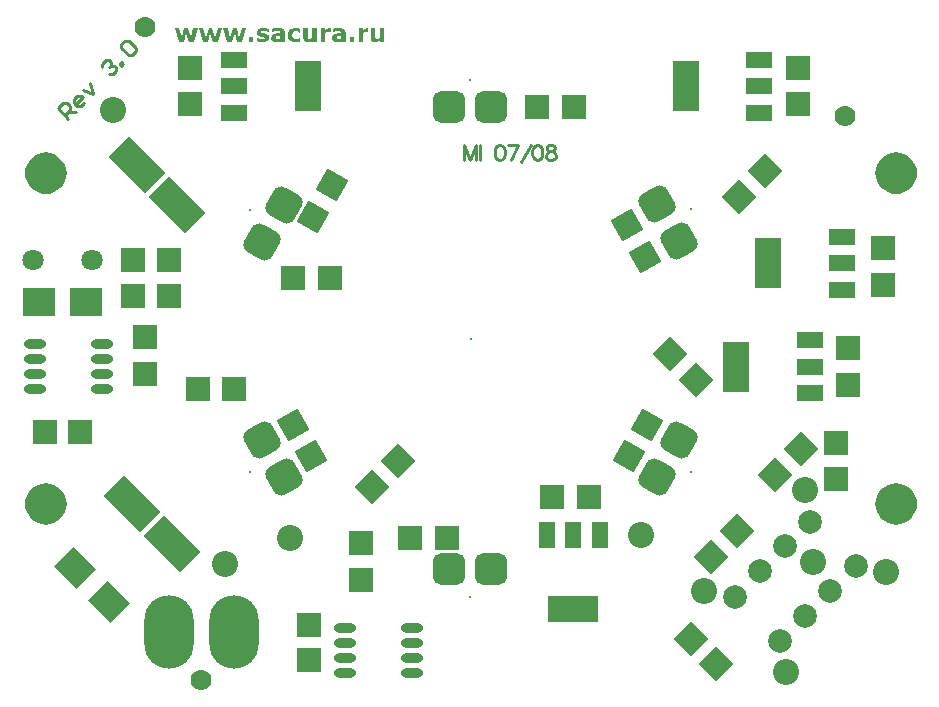
<source format=gts>
G04 Layer_Color=8388736*
%FSLAX44Y44*%
%MOMM*%
G71*
G01*
G75*
%ADD39C,0.2540*%
%ADD47P,2.9037X4X90.0*%
%ADD48R,2.0532X2.0532*%
%ADD49O,4.2032X6.2032*%
%ADD50R,2.2032X4.2032*%
%ADD51R,2.2032X1.4032*%
%ADD52P,2.9037X4X375.0*%
%ADD53P,2.9037X4X75.0*%
%ADD54P,2.9037X4X180.0*%
%ADD55R,2.0532X2.0532*%
%ADD56O,1.9032X0.8032*%
%ADD57R,4.2032X2.2032*%
%ADD58R,1.4032X2.2032*%
%ADD59C,1.7780*%
G04:AMPARAMS|DCode=60|XSize=2.7032mm|YSize=2.7032mm|CornerRadius=0.7266mm|HoleSize=0mm|Usage=FLASHONLY|Rotation=0.000|XOffset=0mm|YOffset=0mm|HoleType=Round|Shape=RoundedRectangle|*
%AMROUNDEDRECTD60*
21,1,2.7032,1.2500,0,0,0.0*
21,1,1.2500,2.7032,0,0,0.0*
1,1,1.4532,0.6250,-0.6250*
1,1,1.4532,-0.6250,-0.6250*
1,1,1.4532,-0.6250,0.6250*
1,1,1.4532,0.6250,0.6250*
%
%ADD60ROUNDEDRECTD60*%
G04:AMPARAMS|DCode=61|XSize=2.7032mm|YSize=2.7032mm|CornerRadius=0.7266mm|HoleSize=0mm|Usage=FLASHONLY|Rotation=240.000|XOffset=0mm|YOffset=0mm|HoleType=Round|Shape=RoundedRectangle|*
%AMROUNDEDRECTD61*
21,1,2.7032,1.2500,0,0,240.0*
21,1,1.2500,2.7032,0,0,240.0*
1,1,1.4532,-0.8538,-0.2288*
1,1,1.4532,-0.2288,0.8538*
1,1,1.4532,0.8538,0.2288*
1,1,1.4532,0.2288,-0.8538*
%
%ADD61ROUNDEDRECTD61*%
G04:AMPARAMS|DCode=62|XSize=2.7032mm|YSize=2.7032mm|CornerRadius=0.7266mm|HoleSize=0mm|Usage=FLASHONLY|Rotation=300.000|XOffset=0mm|YOffset=0mm|HoleType=Round|Shape=RoundedRectangle|*
%AMROUNDEDRECTD62*
21,1,2.7032,1.2500,0,0,300.0*
21,1,1.2500,2.7032,0,0,300.0*
1,1,1.4532,-0.2288,-0.8538*
1,1,1.4532,-0.8538,0.2288*
1,1,1.4532,0.2288,0.8538*
1,1,1.4532,0.8538,-0.2288*
%
%ADD62ROUNDEDRECTD62*%
G04:AMPARAMS|DCode=63|XSize=2.4032mm|YSize=4.3532mm|CornerRadius=0mm|HoleSize=0mm|Usage=FLASHONLY|Rotation=45.000|XOffset=0mm|YOffset=0mm|HoleType=Round|Shape=Rectangle|*
%AMROTATEDRECTD63*
4,1,4,0.6894,-2.3887,-2.3887,0.6894,-0.6894,2.3887,2.3887,-0.6894,0.6894,-2.3887,0.0*
%
%ADD63ROTATEDRECTD63*%

%ADD64R,2.1532X2.0532*%
G04:AMPARAMS|DCode=65|XSize=2.1532mm|YSize=2.0532mm|CornerRadius=0mm|HoleSize=0mm|Usage=FLASHONLY|Rotation=225.000|XOffset=0mm|YOffset=0mm|HoleType=Round|Shape=Rectangle|*
%AMROTATEDRECTD65*
4,1,4,0.0354,1.4872,1.4872,0.0354,-0.0354,-1.4872,-1.4872,-0.0354,0.0354,1.4872,0.0*
%
%ADD65ROTATEDRECTD65*%

%ADD66R,2.0532X2.1532*%
%ADD67R,2.7032X2.3532*%
G04:AMPARAMS|DCode=68|XSize=2.3532mm|YSize=2.7032mm|CornerRadius=0mm|HoleSize=0mm|Usage=FLASHONLY|Rotation=225.000|XOffset=0mm|YOffset=0mm|HoleType=Round|Shape=Rectangle|*
%AMROTATEDRECTD68*
4,1,4,-0.1237,1.7877,1.7877,-0.1237,0.1237,-1.7877,-1.7877,0.1237,-0.1237,1.7877,0.0*
%
%ADD68ROTATEDRECTD68*%

%ADD69C,2.2032*%
%ADD70C,0.2032*%
%ADD71C,2.0032*%
%ADD72C,3.2032*%
%ADD73C,1.8032*%
G36*
X612364Y810000D02*
X608675D01*
Y811269D01*
X608628Y811245D01*
X608511Y811151D01*
X608299Y811010D01*
X608064Y810822D01*
X607759Y810634D01*
X607453Y810446D01*
X607124Y810258D01*
X606795Y810094D01*
X606748Y810070D01*
X606655Y810023D01*
X606466Y809977D01*
X606232Y809906D01*
X605950Y809812D01*
X605597Y809765D01*
X605221Y809718D01*
X604798Y809695D01*
X604610D01*
X604493Y809718D01*
X604328D01*
X604141Y809742D01*
X603718Y809836D01*
X603248Y809953D01*
X602778Y810141D01*
X602308Y810423D01*
X602096Y810587D01*
X601885Y810775D01*
Y810799D01*
X601838Y810822D01*
X601791Y810893D01*
X601721Y810987D01*
X601650Y811081D01*
X601556Y811222D01*
X601486Y811386D01*
X601392Y811574D01*
X601298Y811809D01*
X601204Y812044D01*
X601110Y812302D01*
X601039Y812585D01*
X600969Y812913D01*
X600922Y813242D01*
X600898Y813595D01*
X600875Y813994D01*
Y821442D01*
X604563D01*
Y815756D01*
Y815709D01*
Y815615D01*
Y815451D01*
Y815239D01*
X604587Y815028D01*
Y814770D01*
Y814535D01*
X604610Y814300D01*
Y814276D01*
Y814206D01*
X604634Y814112D01*
X604657Y813971D01*
X604751Y813665D01*
X604869Y813360D01*
Y813336D01*
X604916Y813289D01*
X605010Y813148D01*
X605198Y812984D01*
X605433Y812819D01*
X605456D01*
X605503Y812796D01*
X605597Y812772D01*
X605715Y812749D01*
X605879Y812702D01*
X606067Y812678D01*
X606278Y812655D01*
X606725D01*
X606842Y812678D01*
X607007Y812702D01*
X607171Y812725D01*
X607571Y812819D01*
X607594D01*
X607665Y812843D01*
X607782Y812890D01*
X607923Y812937D01*
X608088Y813007D01*
X608276Y813101D01*
X608675Y813336D01*
Y821442D01*
X612364D01*
Y810000D01*
D02*
G37*
G36*
X555224D02*
X551535D01*
Y811269D01*
X551488Y811245D01*
X551371Y811151D01*
X551159Y811010D01*
X550924Y810822D01*
X550619Y810634D01*
X550313Y810446D01*
X549985Y810258D01*
X549656Y810094D01*
X549609Y810070D01*
X549515Y810023D01*
X549327Y809977D01*
X549092Y809906D01*
X548810Y809812D01*
X548457Y809765D01*
X548081Y809718D01*
X547659Y809695D01*
X547471D01*
X547353Y809718D01*
X547189D01*
X547001Y809742D01*
X546578Y809836D01*
X546108Y809953D01*
X545638Y810141D01*
X545168Y810423D01*
X544957Y810587D01*
X544745Y810775D01*
Y810799D01*
X544698Y810822D01*
X544651Y810893D01*
X544581Y810987D01*
X544510Y811081D01*
X544416Y811222D01*
X544346Y811386D01*
X544252Y811574D01*
X544158Y811809D01*
X544064Y812044D01*
X543970Y812302D01*
X543899Y812585D01*
X543829Y812913D01*
X543782Y813242D01*
X543758Y813595D01*
X543735Y813994D01*
Y821442D01*
X547424D01*
Y815756D01*
Y815709D01*
Y815615D01*
Y815451D01*
Y815239D01*
X547447Y815028D01*
Y814770D01*
Y814535D01*
X547471Y814300D01*
Y814276D01*
Y814206D01*
X547494Y814112D01*
X547518Y813971D01*
X547612Y813665D01*
X547729Y813360D01*
Y813336D01*
X547776Y813289D01*
X547870Y813148D01*
X548058Y812984D01*
X548293Y812819D01*
X548316D01*
X548363Y812796D01*
X548457Y812772D01*
X548575Y812749D01*
X548739Y812702D01*
X548927Y812678D01*
X549139Y812655D01*
X549585D01*
X549703Y812678D01*
X549867Y812702D01*
X550032Y812725D01*
X550431Y812819D01*
X550454D01*
X550525Y812843D01*
X550642Y812890D01*
X550783Y812937D01*
X550948Y813007D01*
X551136Y813101D01*
X551535Y813336D01*
Y821442D01*
X555224D01*
Y810000D01*
D02*
G37*
G36*
X471441D02*
X467541D01*
X465215Y817706D01*
X462912Y810000D01*
X458965D01*
X455464Y821442D01*
X459317D01*
X461267Y813548D01*
X463711Y821442D01*
X466953D01*
X469279Y813548D01*
X471206Y821442D01*
X474989D01*
X471441Y810000D01*
D02*
G37*
G36*
X450977D02*
X447076D01*
X444750Y817706D01*
X442448Y810000D01*
X438501D01*
X435000Y821442D01*
X438853D01*
X440803Y813548D01*
X443247Y821442D01*
X446489D01*
X448815Y813548D01*
X450742Y821442D01*
X454524D01*
X450977Y810000D01*
D02*
G37*
G36*
X522754Y821771D02*
X523012D01*
X523294Y821748D01*
X523623Y821724D01*
X523976Y821677D01*
X524704Y821560D01*
X525456Y821372D01*
X525808Y821278D01*
X526161Y821137D01*
X526466Y820972D01*
X526748Y820808D01*
X526772D01*
X526819Y820761D01*
X526889Y820714D01*
X526959Y820620D01*
X527077Y820526D01*
X527194Y820385D01*
X527312Y820244D01*
X527453Y820079D01*
X527594Y819868D01*
X527711Y819657D01*
X527829Y819398D01*
X527946Y819140D01*
X528017Y818834D01*
X528087Y818529D01*
X528134Y818176D01*
X528158Y817800D01*
Y810000D01*
X524516D01*
Y811198D01*
X524492D01*
X524469Y811151D01*
X524398Y811104D01*
X524305Y811057D01*
X524070Y810893D01*
X523764Y810658D01*
X523741Y810634D01*
X523694Y810611D01*
X523600Y810540D01*
X523506Y810493D01*
X523247Y810329D01*
X522942Y810164D01*
X522918D01*
X522848Y810117D01*
X522730Y810094D01*
X522589Y810023D01*
X522425Y809977D01*
X522237Y809906D01*
X521814Y809812D01*
X521791D01*
X521720Y809789D01*
X521603Y809765D01*
X521438D01*
X521250Y809742D01*
X521039Y809718D01*
X520545Y809695D01*
X520381D01*
X520287Y809718D01*
X520146D01*
X519981Y809742D01*
X519605Y809812D01*
X519159Y809953D01*
X518713Y810117D01*
X518266Y810376D01*
X518031Y810517D01*
X517820Y810705D01*
Y810728D01*
X517773Y810752D01*
X517655Y810893D01*
X517467Y811104D01*
X517280Y811410D01*
X517091Y811786D01*
X516904Y812232D01*
X516786Y812725D01*
X516763Y813007D01*
X516739Y813289D01*
Y813313D01*
Y813336D01*
Y813407D01*
Y813501D01*
X516763Y813736D01*
X516810Y814018D01*
X516880Y814347D01*
X516974Y814676D01*
X517091Y815028D01*
X517280Y815333D01*
X517303Y815380D01*
X517374Y815474D01*
X517514Y815615D01*
X517702Y815780D01*
X517914Y815991D01*
X518196Y816203D01*
X518501Y816391D01*
X518877Y816579D01*
X518901D01*
X518924Y816602D01*
X519065Y816649D01*
X519277Y816743D01*
X519582Y816837D01*
X519934Y816954D01*
X520357Y817048D01*
X520851Y817166D01*
X521391Y817236D01*
X521462D01*
X521532Y817260D01*
X521650Y817283D01*
X521791D01*
X521955Y817307D01*
X522354Y817354D01*
X522824Y817401D01*
X523341Y817448D01*
X523929Y817495D01*
X524516Y817542D01*
Y817589D01*
Y817636D01*
Y817753D01*
X524469Y817918D01*
X524422Y818106D01*
X524328Y818341D01*
X524187Y818552D01*
X523999Y818740D01*
X523741Y818905D01*
X523717Y818928D01*
X523600Y818975D01*
X523435Y819022D01*
X523177Y819093D01*
X522871Y819163D01*
X522472Y819233D01*
X522025Y819257D01*
X521485Y819280D01*
X521321D01*
X521133Y819257D01*
X520898Y819233D01*
X520616Y819210D01*
X520287Y819140D01*
X519911Y819069D01*
X519535Y818952D01*
X519488Y818928D01*
X519370Y818905D01*
X519183Y818834D01*
X518971Y818764D01*
X518501Y818599D01*
X518266Y818529D01*
X518078Y818458D01*
X517749D01*
Y821207D01*
X517773D01*
X517867Y821231D01*
X518008Y821278D01*
X518196Y821325D01*
X518454Y821372D01*
X518760Y821442D01*
X519159Y821513D01*
X519605Y821583D01*
X519676D01*
X519747Y821607D01*
X519840D01*
X520099Y821654D01*
X520428Y821701D01*
X520827Y821724D01*
X521274Y821771D01*
X521744Y821795D01*
X522542D01*
X522754Y821771D01*
D02*
G37*
G36*
X501585Y810000D02*
X497779D01*
Y814018D01*
X501585D01*
Y810000D01*
D02*
G37*
G36*
X586966D02*
X583159D01*
Y814018D01*
X586966D01*
Y810000D01*
D02*
G37*
G36*
X574255Y821771D02*
X574513D01*
X574795Y821748D01*
X575124Y821724D01*
X575477Y821677D01*
X576205Y821560D01*
X576957Y821372D01*
X577309Y821278D01*
X577662Y821137D01*
X577967Y820972D01*
X578249Y820808D01*
X578273D01*
X578320Y820761D01*
X578390Y820714D01*
X578461Y820620D01*
X578578Y820526D01*
X578695Y820385D01*
X578813Y820244D01*
X578954Y820079D01*
X579095Y819868D01*
X579212Y819657D01*
X579330Y819398D01*
X579447Y819140D01*
X579518Y818834D01*
X579588Y818529D01*
X579635Y818176D01*
X579659Y817800D01*
Y810000D01*
X576017D01*
Y811198D01*
X575993D01*
X575970Y811151D01*
X575900Y811104D01*
X575806Y811057D01*
X575571Y810893D01*
X575265Y810658D01*
X575242Y810634D01*
X575195Y810611D01*
X575101Y810540D01*
X575007Y810493D01*
X574748Y810329D01*
X574443Y810164D01*
X574419D01*
X574349Y810117D01*
X574231Y810094D01*
X574090Y810023D01*
X573926Y809977D01*
X573738Y809906D01*
X573315Y809812D01*
X573292D01*
X573221Y809789D01*
X573104Y809765D01*
X572939D01*
X572751Y809742D01*
X572540Y809718D01*
X572046Y809695D01*
X571882D01*
X571788Y809718D01*
X571647D01*
X571482Y809742D01*
X571106Y809812D01*
X570660Y809953D01*
X570214Y810117D01*
X569767Y810376D01*
X569532Y810517D01*
X569321Y810705D01*
Y810728D01*
X569274Y810752D01*
X569156Y810893D01*
X568969Y811104D01*
X568781Y811410D01*
X568593Y811786D01*
X568405Y812232D01*
X568287Y812725D01*
X568264Y813007D01*
X568240Y813289D01*
Y813313D01*
Y813336D01*
Y813407D01*
Y813501D01*
X568264Y813736D01*
X568311Y814018D01*
X568381Y814347D01*
X568475Y814676D01*
X568593Y815028D01*
X568781Y815333D01*
X568804Y815380D01*
X568875Y815474D01*
X569016Y815615D01*
X569203Y815780D01*
X569415Y815991D01*
X569697Y816203D01*
X570002Y816391D01*
X570378Y816579D01*
X570402D01*
X570425Y816602D01*
X570566Y816649D01*
X570778Y816743D01*
X571083Y816837D01*
X571436Y816954D01*
X571858Y817048D01*
X572352Y817166D01*
X572892Y817236D01*
X572963D01*
X573033Y817260D01*
X573151Y817283D01*
X573292D01*
X573456Y817307D01*
X573855Y817354D01*
X574325Y817401D01*
X574842Y817448D01*
X575430Y817495D01*
X576017Y817542D01*
Y817589D01*
Y817636D01*
Y817753D01*
X575970Y817918D01*
X575923Y818106D01*
X575829Y818341D01*
X575688Y818552D01*
X575500Y818740D01*
X575242Y818905D01*
X575218Y818928D01*
X575101Y818975D01*
X574936Y819022D01*
X574678Y819093D01*
X574372Y819163D01*
X573973Y819233D01*
X573526Y819257D01*
X572986Y819280D01*
X572822D01*
X572634Y819257D01*
X572399Y819233D01*
X572117Y819210D01*
X571788Y819140D01*
X571412Y819069D01*
X571036Y818952D01*
X570989Y818928D01*
X570872Y818905D01*
X570684Y818834D01*
X570472Y818764D01*
X570002Y818599D01*
X569767Y818529D01*
X569579Y818458D01*
X569250D01*
Y821207D01*
X569274D01*
X569368Y821231D01*
X569509Y821278D01*
X569697Y821325D01*
X569955Y821372D01*
X570261Y821442D01*
X570660Y821513D01*
X571106Y821583D01*
X571177D01*
X571247Y821607D01*
X571342D01*
X571600Y821654D01*
X571929Y821701D01*
X572328Y821724D01*
X572775Y821771D01*
X573245Y821795D01*
X574043D01*
X574255Y821771D01*
D02*
G37*
G36*
X491905Y810000D02*
X488005D01*
X485679Y817706D01*
X483376Y810000D01*
X479429D01*
X475928Y821442D01*
X479781D01*
X481731Y813548D01*
X484175Y821442D01*
X487417D01*
X489743Y813548D01*
X491670Y821442D01*
X495453D01*
X491905Y810000D01*
D02*
G37*
G36*
X329231Y716047D02*
X332529Y715046D01*
X335569Y713421D01*
X338234Y711234D01*
X340421Y708569D01*
X342046Y705529D01*
X343047Y702231D01*
X343385Y698800D01*
X343047Y695369D01*
X342046Y692071D01*
X340421Y689031D01*
X338234Y686366D01*
X335569Y684179D01*
X332529Y682554D01*
X329231Y681553D01*
X325800Y681215D01*
X322369Y681553D01*
X319071Y682554D01*
X316031Y684179D01*
X313366Y686366D01*
X311179Y689031D01*
X309554Y692071D01*
X308553Y695369D01*
X308215Y698800D01*
X308553Y702231D01*
X309554Y705529D01*
X311179Y708569D01*
X313366Y711234D01*
X316031Y713421D01*
X319071Y715046D01*
X322369Y716047D01*
X325800Y716385D01*
X329231Y716047D01*
D02*
G37*
G36*
X1049231D02*
X1052529Y715046D01*
X1055570Y713421D01*
X1058234Y711234D01*
X1060421Y708569D01*
X1062046Y705529D01*
X1063047Y702231D01*
X1063385Y698800D01*
X1063047Y695369D01*
X1062046Y692071D01*
X1060421Y689031D01*
X1058234Y686366D01*
X1055570Y684179D01*
X1052529Y682554D01*
X1049231Y681553D01*
X1045800Y681215D01*
X1042369Y681553D01*
X1039071Y682554D01*
X1036031Y684179D01*
X1033366Y686366D01*
X1031179Y689031D01*
X1029554Y692071D01*
X1028553Y695369D01*
X1028215Y698800D01*
X1028553Y702231D01*
X1029554Y705529D01*
X1031179Y708569D01*
X1033366Y711234D01*
X1036031Y713421D01*
X1039071Y715046D01*
X1042369Y716047D01*
X1045800Y716385D01*
X1049231Y716047D01*
D02*
G37*
G36*
Y436047D02*
X1052529Y435046D01*
X1055570Y433421D01*
X1058234Y431234D01*
X1060421Y428569D01*
X1062046Y425529D01*
X1063047Y422231D01*
X1063385Y418800D01*
X1063047Y415369D01*
X1062046Y412071D01*
X1060421Y409030D01*
X1058234Y406366D01*
X1055570Y404179D01*
X1052529Y402554D01*
X1049231Y401553D01*
X1045800Y401215D01*
X1042369Y401553D01*
X1039071Y402554D01*
X1036031Y404179D01*
X1033366Y406366D01*
X1031179Y409030D01*
X1029554Y412071D01*
X1028553Y415369D01*
X1028215Y418800D01*
X1028553Y422231D01*
X1029554Y425529D01*
X1031179Y428569D01*
X1033366Y431234D01*
X1036031Y433421D01*
X1039071Y435046D01*
X1042369Y436047D01*
X1045800Y436385D01*
X1049231Y436047D01*
D02*
G37*
G36*
X329231D02*
X332529Y435046D01*
X335569Y433421D01*
X338234Y431234D01*
X340421Y428569D01*
X342046Y425529D01*
X343047Y422231D01*
X343385Y418800D01*
X343047Y415369D01*
X342046Y412071D01*
X340421Y409030D01*
X338234Y406366D01*
X335569Y404179D01*
X332529Y402554D01*
X329231Y401553D01*
X325800Y401215D01*
X322369Y401553D01*
X319071Y402554D01*
X316031Y404179D01*
X313366Y406366D01*
X311179Y409030D01*
X309554Y412071D01*
X308553Y415369D01*
X308215Y418800D01*
X308553Y422231D01*
X309554Y425529D01*
X311179Y428569D01*
X313366Y431234D01*
X316031Y433421D01*
X319071Y435046D01*
X322369Y436047D01*
X325800Y436385D01*
X329231Y436047D01*
D02*
G37*
G36*
X510771Y821771D02*
X511100D01*
X511476Y821724D01*
X511899Y821677D01*
X512322Y821607D01*
X512768Y821513D01*
X512815D01*
X512956Y821466D01*
X513168Y821419D01*
X513450Y821348D01*
X513732Y821278D01*
X514037Y821184D01*
X514343Y821066D01*
X514624Y820972D01*
Y818082D01*
X514296D01*
X514249Y818106D01*
X514155Y818176D01*
X513990Y818270D01*
X513755Y818388D01*
X513473Y818529D01*
X513168Y818693D01*
X512792Y818834D01*
X512416Y818975D01*
X512369Y818999D01*
X512228Y819046D01*
X512040Y819093D01*
X511758Y819163D01*
X511453Y819233D01*
X511100Y819304D01*
X510724Y819327D01*
X510325Y819351D01*
X510184D01*
X510019Y819327D01*
X509808D01*
X509573Y819280D01*
X509315Y819233D01*
X509056Y819187D01*
X508821Y819093D01*
X508798D01*
X508727Y819046D01*
X508633Y818999D01*
X508539Y818905D01*
X508422Y818811D01*
X508328Y818693D01*
X508257Y818552D01*
X508234Y818388D01*
Y818364D01*
Y818317D01*
X508257Y818247D01*
Y818153D01*
X508351Y817965D01*
X508398Y817871D01*
X508492Y817777D01*
X508516D01*
X508563Y817730D01*
X508633Y817706D01*
X508751Y817636D01*
X508939Y817565D01*
X509150Y817495D01*
X509432Y817424D01*
X509785Y817330D01*
X509808D01*
X509879Y817307D01*
X509996D01*
X510137Y817260D01*
X510325Y817236D01*
X510536Y817213D01*
X510983Y817119D01*
X511006D01*
X511100Y817095D01*
X511218Y817072D01*
X511406Y817048D01*
X511594Y817025D01*
X511805Y816978D01*
X512299Y816861D01*
X512322D01*
X512369Y816837D01*
X512439Y816814D01*
X512533Y816790D01*
X512792Y816696D01*
X513121Y816579D01*
X513450Y816414D01*
X513826Y816203D01*
X514155Y815944D01*
X514437Y815662D01*
X514460Y815615D01*
X514554Y815521D01*
X514672Y815333D01*
X514789Y815098D01*
X514930Y814817D01*
X515024Y814464D01*
X515118Y814065D01*
X515141Y813642D01*
Y813618D01*
Y813571D01*
Y813477D01*
X515118Y813336D01*
X515094Y813195D01*
X515047Y813031D01*
X514953Y812608D01*
X514742Y812161D01*
X514624Y811927D01*
X514460Y811692D01*
X514296Y811433D01*
X514061Y811198D01*
X513826Y810987D01*
X513544Y810775D01*
X513520D01*
X513473Y810728D01*
X513379Y810681D01*
X513262Y810611D01*
X513097Y810517D01*
X512886Y810423D01*
X512674Y810329D01*
X512393Y810235D01*
X512111Y810141D01*
X511782Y810047D01*
X511429Y809953D01*
X511030Y809859D01*
X510630Y809789D01*
X510184Y809742D01*
X509691Y809718D01*
X509197Y809695D01*
X508798D01*
X508633Y809718D01*
X508257Y809742D01*
X507835Y809765D01*
X507365Y809812D01*
X506871Y809883D01*
X506401Y809977D01*
X506378D01*
X506354Y810000D01*
X506284D01*
X506190Y810023D01*
X505978Y810094D01*
X505696Y810164D01*
X505391Y810258D01*
X505062Y810352D01*
X504733Y810493D01*
X504428Y810611D01*
Y813642D01*
X504780D01*
X504804Y813595D01*
X504945Y813501D01*
X505133Y813360D01*
X505391Y813195D01*
X505415D01*
X505462Y813148D01*
X505532Y813101D01*
X505649Y813054D01*
X505790Y812984D01*
X505978Y812890D01*
X506166Y812796D01*
X506401Y812702D01*
X506425D01*
X506495Y812655D01*
X506636Y812608D01*
X506777Y812561D01*
X506965Y812490D01*
X507200Y812443D01*
X507693Y812302D01*
X507717D01*
X507811Y812279D01*
X507976Y812255D01*
X508163Y812232D01*
X508398Y812185D01*
X508657Y812161D01*
X508939Y812138D01*
X509432D01*
X509620Y812161D01*
X509855D01*
X510113Y812185D01*
X510372Y812232D01*
X510630Y812302D01*
X510842Y812373D01*
X510865Y812396D01*
X510936Y812420D01*
X511006Y812467D01*
X511124Y812561D01*
X511218Y812655D01*
X511288Y812772D01*
X511359Y812913D01*
X511382Y813078D01*
Y813101D01*
Y813148D01*
X511359Y813219D01*
X511335Y813313D01*
X511241Y813524D01*
X511171Y813618D01*
X511053Y813689D01*
X511030D01*
X510983Y813712D01*
X510912Y813759D01*
X510795Y813806D01*
X510630Y813853D01*
X510442Y813924D01*
X510184Y813994D01*
X509902Y814065D01*
X509879D01*
X509832Y814088D01*
X509738D01*
X509620Y814112D01*
X509456Y814135D01*
X509268Y814182D01*
X509056Y814206D01*
X508798Y814253D01*
X508774D01*
X508680Y814276D01*
X508539Y814300D01*
X508375Y814323D01*
X508187Y814370D01*
X507976Y814417D01*
X507529Y814511D01*
X507506D01*
X507459Y814535D01*
X507388Y814558D01*
X507271Y814582D01*
X506989Y814676D01*
X506660Y814817D01*
X506284Y815004D01*
X505908Y815216D01*
X505532Y815474D01*
X505227Y815780D01*
X505203Y815827D01*
X505109Y815944D01*
X504992Y816132D01*
X504851Y816367D01*
X504710Y816696D01*
X504592Y817048D01*
X504498Y817471D01*
X504475Y817941D01*
Y817965D01*
Y818012D01*
Y818106D01*
X504498Y818223D01*
X504522Y818364D01*
X504569Y818529D01*
X504663Y818905D01*
X504851Y819327D01*
X504968Y819563D01*
X505133Y819797D01*
X505297Y820032D01*
X505508Y820267D01*
X505743Y820479D01*
X506025Y820690D01*
X506049Y820714D01*
X506096Y820737D01*
X506190Y820784D01*
X506307Y820855D01*
X506472Y820949D01*
X506660Y821043D01*
X506895Y821137D01*
X507153Y821254D01*
X507435Y821348D01*
X507764Y821442D01*
X508116Y821536D01*
X508492Y821630D01*
X508915Y821701D01*
X509338Y821748D01*
X509808Y821795D01*
X510513D01*
X510771Y821771D01*
D02*
G37*
G36*
X537791D02*
X538073D01*
X538401Y821724D01*
X538777Y821677D01*
X539153Y821630D01*
X539529Y821536D01*
X539576D01*
X539694Y821489D01*
X539882Y821442D01*
X540140Y821348D01*
X540422Y821254D01*
X540728Y821160D01*
X541385Y820878D01*
Y817753D01*
X540845D01*
X540798Y817777D01*
X540704Y817871D01*
X540540Y817988D01*
X540328Y818153D01*
X540305Y818176D01*
X540281Y818200D01*
X540211Y818247D01*
X540140Y818317D01*
X539905Y818482D01*
X539600Y818646D01*
X539576D01*
X539529Y818693D01*
X539435Y818717D01*
X539318Y818764D01*
X539036Y818881D01*
X538683Y818999D01*
X538660D01*
X538589Y819022D01*
X538495Y819046D01*
X538354Y819093D01*
X538190Y819116D01*
X538002Y819140D01*
X537532Y819163D01*
X537391D01*
X537297Y819140D01*
X537039Y819116D01*
X536710Y819046D01*
X536334Y818928D01*
X535958Y818764D01*
X535606Y818529D01*
X535277Y818223D01*
X535253Y818176D01*
X535159Y818059D01*
X535042Y817847D01*
X534901Y817565D01*
X534736Y817189D01*
X534619Y816767D01*
X534525Y816250D01*
X534501Y815686D01*
Y815662D01*
Y815615D01*
Y815521D01*
X534525Y815404D01*
Y815263D01*
X534548Y815122D01*
X534595Y814746D01*
X534689Y814347D01*
X534830Y813924D01*
X535042Y813524D01*
X535300Y813172D01*
X535347Y813125D01*
X535441Y813031D01*
X535629Y812913D01*
X535887Y812749D01*
X536217Y812585D01*
X536616Y812467D01*
X537062Y812373D01*
X537603Y812326D01*
X537838D01*
X538002Y812349D01*
X538190D01*
X538401Y812396D01*
X538824Y812467D01*
X538848D01*
X538918Y812490D01*
X539012Y812538D01*
X539153Y812585D01*
X539459Y812702D01*
X539764Y812843D01*
X539788D01*
X539811Y812890D01*
X539952Y812984D01*
X540140Y813101D01*
X540352Y813266D01*
X540375D01*
X540399Y813313D01*
X540516Y813407D01*
X540681Y813548D01*
X540845Y813712D01*
X541385D01*
Y810564D01*
X541338Y810540D01*
X541244Y810493D01*
X541056Y810423D01*
X540821Y810329D01*
X540563Y810235D01*
X540258Y810117D01*
X539905Y810023D01*
X539553Y809930D01*
X539506D01*
X539388Y809883D01*
X539200Y809859D01*
X538942Y809812D01*
X538636Y809765D01*
X538284Y809742D01*
X537908Y809695D01*
X537109D01*
X536945Y809718D01*
X536569Y809742D01*
X536146Y809789D01*
X535700Y809836D01*
X535206Y809930D01*
X534736Y810047D01*
X534713D01*
X534689Y810070D01*
X534619Y810094D01*
X534525Y810117D01*
X534313Y810188D01*
X534008Y810329D01*
X533679Y810470D01*
X533327Y810658D01*
X532951Y810893D01*
X532598Y811151D01*
X532551Y811175D01*
X532457Y811292D01*
X532293Y811433D01*
X532081Y811668D01*
X531846Y811927D01*
X531611Y812232D01*
X531400Y812608D01*
X531189Y813007D01*
Y813031D01*
X531165Y813054D01*
X531142Y813125D01*
X531118Y813219D01*
X531024Y813454D01*
X530954Y813783D01*
X530860Y814159D01*
X530766Y814629D01*
X530719Y815122D01*
X530695Y815686D01*
Y815709D01*
Y815756D01*
Y815850D01*
Y815944D01*
X530719Y816085D01*
Y816250D01*
X530766Y816626D01*
X530813Y817048D01*
X530907Y817518D01*
X531048Y817988D01*
X531212Y818435D01*
Y818458D01*
X531236Y818482D01*
X531306Y818623D01*
X531423Y818858D01*
X531611Y819116D01*
X531823Y819421D01*
X532081Y819750D01*
X532387Y820079D01*
X532716Y820385D01*
X532763Y820408D01*
X532880Y820502D01*
X533068Y820643D01*
X533327Y820784D01*
X533632Y820972D01*
X534008Y821137D01*
X534407Y821301D01*
X534854Y821442D01*
X534877D01*
X534901Y821466D01*
X534971D01*
X535065Y821489D01*
X535300Y821560D01*
X535629Y821630D01*
X536005Y821677D01*
X536428Y821748D01*
X536898Y821771D01*
X537368Y821795D01*
X537579D01*
X537791Y821771D01*
D02*
G37*
G36*
X598431Y821466D02*
X598737D01*
X598878Y821442D01*
Y817941D01*
X598549D01*
X598502Y817965D01*
X598455D01*
X598361Y817988D01*
X598267Y818012D01*
X598126D01*
X597985Y818035D01*
X597797Y818059D01*
X597703D01*
X597609Y818082D01*
X597491D01*
X597210Y818106D01*
X596646D01*
X596458Y818082D01*
X596246D01*
X596011Y818059D01*
X595541Y817988D01*
X595518D01*
X595447Y817965D01*
X595330Y817941D01*
X595165Y817918D01*
X594977Y817871D01*
X594766Y817800D01*
X594273Y817636D01*
Y810000D01*
X590584D01*
Y821442D01*
X594273D01*
Y819750D01*
X594296Y819774D01*
X594320Y819797D01*
X594390Y819844D01*
X594484Y819915D01*
X594696Y820103D01*
X594977Y820314D01*
X595306Y820549D01*
X595659Y820761D01*
X596011Y820972D01*
X596364Y821137D01*
X596411Y821160D01*
X596505Y821184D01*
X596693Y821254D01*
X596904Y821325D01*
X597163Y821372D01*
X597444Y821442D01*
X597726Y821466D01*
X598008Y821489D01*
X598267D01*
X598431Y821466D01*
D02*
G37*
G36*
X566549D02*
X566854D01*
X566995Y821442D01*
Y817941D01*
X566666D01*
X566619Y817965D01*
X566572D01*
X566478Y817988D01*
X566384Y818012D01*
X566243D01*
X566102Y818035D01*
X565914Y818059D01*
X565820D01*
X565726Y818082D01*
X565609D01*
X565327Y818106D01*
X564763D01*
X564575Y818082D01*
X564364D01*
X564128Y818059D01*
X563659Y817988D01*
X563635D01*
X563565Y817965D01*
X563447Y817941D01*
X563283Y817918D01*
X563095Y817871D01*
X562883Y817800D01*
X562390Y817636D01*
Y810000D01*
X558701D01*
Y821442D01*
X562390D01*
Y819750D01*
X562413Y819774D01*
X562437Y819797D01*
X562507Y819844D01*
X562601Y819915D01*
X562813Y820103D01*
X563095Y820314D01*
X563424Y820549D01*
X563776Y820761D01*
X564128Y820972D01*
X564481Y821137D01*
X564528Y821160D01*
X564622Y821184D01*
X564810Y821254D01*
X565021Y821325D01*
X565280Y821372D01*
X565562Y821442D01*
X565844Y821466D01*
X566126Y821489D01*
X566384D01*
X566549Y821466D01*
D02*
G37*
%LPC*%
G36*
X524516Y815380D02*
X524492D01*
X524375Y815357D01*
X524234D01*
X524022Y815333D01*
X523788Y815310D01*
X523506Y815263D01*
X523224Y815239D01*
X522895Y815192D01*
X522848D01*
X522754Y815169D01*
X522589Y815145D01*
X522401Y815122D01*
X521978Y815051D01*
X521767Y815004D01*
X521579Y814958D01*
X521556D01*
X521485Y814934D01*
X521391Y814887D01*
X521274Y814817D01*
X521015Y814652D01*
X520874Y814558D01*
X520757Y814441D01*
Y814417D01*
X520710Y814370D01*
X520663Y814300D01*
X520616Y814206D01*
X520569Y814088D01*
X520522Y813947D01*
X520498Y813759D01*
X520475Y813571D01*
Y813548D01*
Y813524D01*
Y813360D01*
X520498Y813172D01*
X520522Y812984D01*
X520545Y812937D01*
X520592Y812843D01*
X520686Y812725D01*
X520827Y812561D01*
X520874Y812538D01*
X520992Y812467D01*
X521156Y812373D01*
X521391Y812279D01*
X521415D01*
X521462Y812255D01*
X521532D01*
X521650Y812232D01*
X521791Y812208D01*
X521955D01*
X522166Y812185D01*
X522495D01*
X522613Y812208D01*
X522754D01*
X522918Y812232D01*
X523106Y812279D01*
X523506Y812396D01*
X523529D01*
X523600Y812443D01*
X523717Y812490D01*
X523835Y812561D01*
X524164Y812749D01*
X524516Y812984D01*
Y815380D01*
D02*
G37*
G36*
X576017D02*
X575993D01*
X575876Y815357D01*
X575735D01*
X575524Y815333D01*
X575289Y815310D01*
X575007Y815263D01*
X574725Y815239D01*
X574396Y815192D01*
X574349D01*
X574255Y815169D01*
X574090Y815145D01*
X573902Y815122D01*
X573479Y815051D01*
X573268Y815004D01*
X573080Y814958D01*
X573057D01*
X572986Y814934D01*
X572892Y814887D01*
X572775Y814817D01*
X572516Y814652D01*
X572375Y814558D01*
X572258Y814441D01*
Y814417D01*
X572211Y814370D01*
X572164Y814300D01*
X572117Y814206D01*
X572070Y814088D01*
X572023Y813947D01*
X571999Y813759D01*
X571976Y813571D01*
Y813548D01*
Y813524D01*
Y813360D01*
X571999Y813172D01*
X572023Y812984D01*
X572046Y812937D01*
X572093Y812843D01*
X572187Y812725D01*
X572328Y812561D01*
X572375Y812538D01*
X572493Y812467D01*
X572657Y812373D01*
X572892Y812279D01*
X572916D01*
X572963Y812255D01*
X573033D01*
X573151Y812232D01*
X573292Y812208D01*
X573456D01*
X573667Y812185D01*
X573996D01*
X574114Y812208D01*
X574255D01*
X574419Y812232D01*
X574607Y812279D01*
X575007Y812396D01*
X575030D01*
X575101Y812443D01*
X575218Y812490D01*
X575336Y812561D01*
X575665Y812749D01*
X576017Y812984D01*
Y815380D01*
D02*
G37*
%LPD*%
D39*
X680000Y722697D02*
Y710000D01*
Y722697D02*
X684837Y710000D01*
X689674Y722697D02*
X684837Y710000D01*
X689674Y722697D02*
Y710000D01*
X693302Y722697D02*
Y710000D01*
X709566Y722697D02*
X707753Y722093D01*
X706543Y720279D01*
X705939Y717256D01*
Y715442D01*
X706543Y712419D01*
X707753Y710605D01*
X709566Y710000D01*
X710776D01*
X712590Y710605D01*
X713799Y712419D01*
X714404Y715442D01*
Y717256D01*
X713799Y720279D01*
X712590Y722093D01*
X710776Y722697D01*
X709566D01*
X725710D02*
X719664Y710000D01*
X717245Y722697D02*
X725710D01*
X728552Y708186D02*
X737017Y722697D01*
X741491D02*
X739677Y722093D01*
X738468Y720279D01*
X737863Y717256D01*
Y715442D01*
X738468Y712419D01*
X739677Y710605D01*
X741491Y710000D01*
X742700D01*
X744514Y710605D01*
X745724Y712419D01*
X746328Y715442D01*
Y717256D01*
X745724Y720279D01*
X744514Y722093D01*
X742700Y722697D01*
X741491D01*
X752193D02*
X750379Y722093D01*
X749775Y720883D01*
Y719674D01*
X750379Y718465D01*
X751589Y717860D01*
X754007Y717256D01*
X755821Y716651D01*
X757030Y715442D01*
X757635Y714232D01*
Y712419D01*
X757030Y711209D01*
X756425Y710605D01*
X754612Y710000D01*
X752193D01*
X750379Y710605D01*
X749775Y711209D01*
X749170Y712419D01*
Y714232D01*
X749775Y715442D01*
X750984Y716651D01*
X752798Y717256D01*
X755216Y717860D01*
X756425Y718465D01*
X757030Y719674D01*
Y720883D01*
X756425Y722093D01*
X754612Y722697D01*
X752193D01*
X345000Y745000D02*
X336023Y753977D01*
X340511Y758466D01*
X343504Y758466D01*
X346496Y755474D01*
X346496Y752481D01*
X342007Y747992D01*
X345000Y750985D02*
X350985D01*
X358466Y758466D02*
X355474Y755474D01*
X352481D01*
X349489Y758466D01*
Y761459D01*
X352481Y764451D01*
X355474D01*
X356970Y762955D01*
X350985Y756970D01*
X356970Y768940D02*
X365947Y765947D01*
X362955Y774924D01*
X373428Y788391D02*
Y791383D01*
X376421Y794375D01*
X379413D01*
X380909Y792879D01*
Y789887D01*
X379413Y788391D01*
X380909Y789887D01*
X383902Y789887D01*
X385398Y788391D01*
Y785398D01*
X382406Y782406D01*
X379413D01*
X389887Y789887D02*
X388391Y791383D01*
X389887Y792879D01*
X391383Y791383D01*
X389887Y789887D01*
Y804849D02*
Y807841D01*
X392879Y810834D01*
X395872Y810834D01*
X401856Y804849D01*
X401856Y801857D01*
X398864Y798864D01*
X395872D01*
X389887Y804849D01*
D47*
X854040Y545960D02*
D03*
X875960Y524040D02*
D03*
D48*
X593000Y385500D02*
D03*
Y354500D02*
D03*
X962500Y788000D02*
D03*
Y757000D02*
D03*
X995000Y439500D02*
D03*
Y470500D02*
D03*
X1035000Y635500D02*
D03*
X1035000Y604500D02*
D03*
X1005000Y550500D02*
D03*
Y519500D02*
D03*
X410000Y529000D02*
D03*
Y560000D02*
D03*
X447500Y757000D02*
D03*
Y788000D02*
D03*
D49*
X485000Y310000D02*
D03*
X430000D02*
D03*
D50*
X867500Y772500D02*
D03*
X547500Y772500D02*
D03*
X937501Y622495D02*
D03*
X910000Y535000D02*
D03*
D51*
X930000Y795000D02*
D03*
Y772500D02*
D03*
Y750000D02*
D03*
X485000Y750000D02*
D03*
Y772500D02*
D03*
Y795000D02*
D03*
X1000001Y644995D02*
D03*
Y622495D02*
D03*
Y599995D02*
D03*
X972500Y557500D02*
D03*
Y535000D02*
D03*
Y512500D02*
D03*
D52*
X819750Y459077D02*
D03*
X835250Y485923D02*
D03*
X567750Y688423D02*
D03*
X552250Y661577D02*
D03*
D53*
X550250Y459077D02*
D03*
X534750Y485923D02*
D03*
X833000Y628153D02*
D03*
X817500Y655000D02*
D03*
D54*
X913000Y679000D02*
D03*
X934920Y700920D02*
D03*
X623960Y455201D02*
D03*
X602040Y433281D02*
D03*
X889040Y374040D02*
D03*
X910960Y395960D02*
D03*
X943080Y443080D02*
D03*
X965000Y465000D02*
D03*
D55*
X535250Y609750D02*
D03*
X566250D02*
D03*
X634500Y390000D02*
D03*
X665500D02*
D03*
X742000Y755000D02*
D03*
X773000D02*
D03*
X754500Y425000D02*
D03*
X785500D02*
D03*
X399500Y625000D02*
D03*
X430500D02*
D03*
Y595000D02*
D03*
X399500D02*
D03*
X485500Y516000D02*
D03*
X454500D02*
D03*
D56*
X636000Y275950D02*
D03*
Y288650D02*
D03*
Y301350D02*
D03*
Y314050D02*
D03*
X579000Y275950D02*
D03*
Y288650D02*
D03*
Y301350D02*
D03*
Y314050D02*
D03*
X373500Y515950D02*
D03*
Y528650D02*
D03*
Y541350D02*
D03*
Y554050D02*
D03*
X316500Y515950D02*
D03*
Y528650D02*
D03*
Y541350D02*
D03*
Y554050D02*
D03*
D57*
X772500Y330000D02*
D03*
D58*
X750000Y392500D02*
D03*
X772500D02*
D03*
X795000D02*
D03*
D59*
X457500Y270000D02*
D03*
X410000Y822500D02*
D03*
X1002500Y747500D02*
D03*
D60*
X666800Y754550D02*
D03*
X702800D02*
D03*
Y363300D02*
D03*
X666800D02*
D03*
D61*
X861571Y472638D02*
D03*
X843571Y441462D02*
D03*
X509219Y640932D02*
D03*
X527219Y672108D02*
D03*
D62*
X843571Y672638D02*
D03*
X861571Y641462D02*
D03*
X527219Y441682D02*
D03*
X509219Y472858D02*
D03*
D63*
X432500Y385000D02*
D03*
X398559Y418941D02*
D03*
X436957Y672082D02*
D03*
X403016Y706023D02*
D03*
D64*
X549000Y316500D02*
D03*
Y286500D02*
D03*
D65*
X872393Y304607D02*
D03*
X893607Y283393D02*
D03*
D66*
X325000Y480000D02*
D03*
X355000D02*
D03*
D67*
X360000Y590000D02*
D03*
X320000D02*
D03*
D68*
X379142Y335858D02*
D03*
X350858Y364142D02*
D03*
D69*
X532500Y390000D02*
D03*
X830000Y392500D02*
D03*
X383000Y752000D02*
D03*
X477500Y367500D02*
D03*
X975000Y370000D02*
D03*
X883227Y345354D02*
D03*
X968256Y430383D02*
D03*
X1037553Y361087D02*
D03*
X952700Y276234D02*
D03*
D70*
X685800Y558800D02*
D03*
X684800Y777550D02*
D03*
X872490Y445550D02*
D03*
Y668550D02*
D03*
X684800Y340300D02*
D03*
X498300Y445770D02*
D03*
Y668020D02*
D03*
D71*
X973206Y403867D02*
D03*
X951993Y383007D02*
D03*
X930603Y361617D02*
D03*
X909567Y340227D02*
D03*
X1011390Y366036D02*
D03*
X990000Y345000D02*
D03*
X968610Y323610D02*
D03*
X947750Y302397D02*
D03*
D72*
X430000Y322500D02*
D03*
X485000D02*
D03*
D73*
X365000Y625000D02*
D03*
X315000D02*
D03*
M02*

</source>
